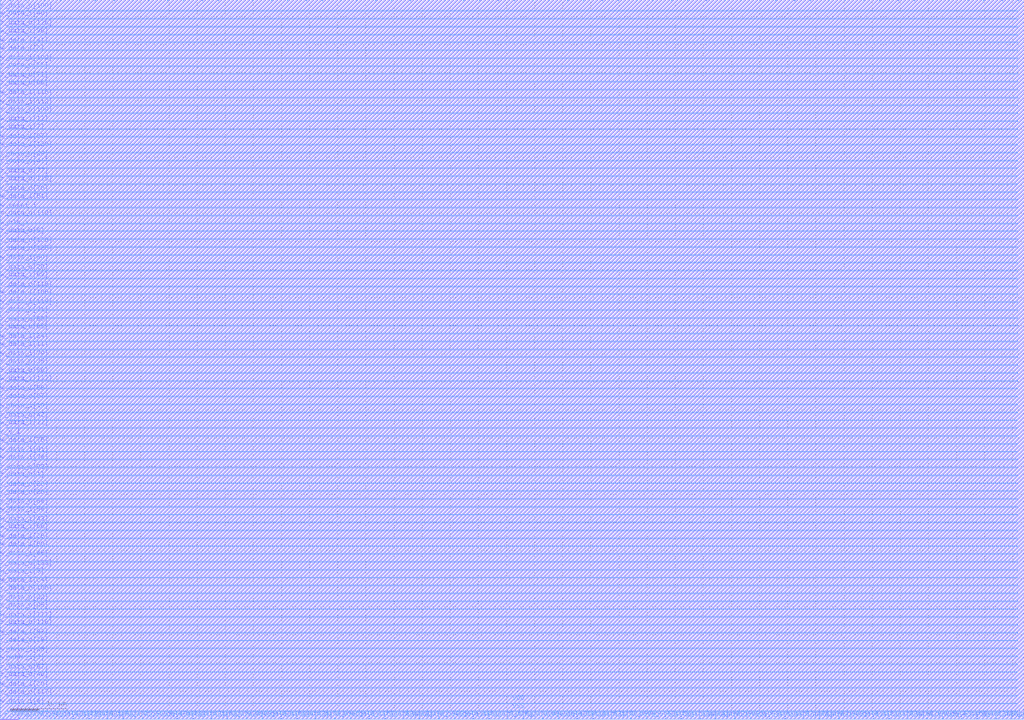
<source format=lef>
VERSION 5.8 ;
BUSBITCHARS "[]" ;
DIVIDERCHAR "/" ;
UNITS
    DATABASE MICRONS 2000 ;
END UNITS

MACRO bsg_mem_p134_16
  FOREIGN bsg_mem_p134_16 0 0 ;
  CLASS BLOCK ;
  SIZE 181.99 BY 127.995 ;
  PIN VSS
    USE GROUND ;
    DIRECTION INOUT ;
    PORT
      LAYER metal4 ;
        RECT  1.14 124.515 180.88 124.685 ;
        RECT  1.14 121.715 180.88 121.885 ;
        RECT  1.14 118.915 180.88 119.085 ;
        RECT  1.14 116.115 180.88 116.285 ;
        RECT  1.14 113.315 180.88 113.485 ;
        RECT  1.14 110.515 180.88 110.685 ;
        RECT  1.14 107.715 180.88 107.885 ;
        RECT  1.14 104.915 180.88 105.085 ;
        RECT  1.14 102.115 180.88 102.285 ;
        RECT  1.14 99.315 180.88 99.485 ;
        RECT  1.14 96.515 180.88 96.685 ;
        RECT  1.14 93.715 180.88 93.885 ;
        RECT  1.14 90.915 180.88 91.085 ;
        RECT  1.14 88.115 180.88 88.285 ;
        RECT  1.14 85.315 180.88 85.485 ;
        RECT  1.14 82.515 180.88 82.685 ;
        RECT  1.14 79.715 180.88 79.885 ;
        RECT  1.14 76.915 180.88 77.085 ;
        RECT  1.14 74.115 180.88 74.285 ;
        RECT  1.14 71.315 180.88 71.485 ;
        RECT  1.14 68.515 180.88 68.685 ;
        RECT  1.14 65.715 180.88 65.885 ;
        RECT  1.14 62.915 180.88 63.085 ;
        RECT  1.14 60.115 180.88 60.285 ;
        RECT  1.14 57.315 180.88 57.485 ;
        RECT  1.14 54.515 180.88 54.685 ;
        RECT  1.14 51.715 180.88 51.885 ;
        RECT  1.14 48.915 180.88 49.085 ;
        RECT  1.14 46.115 180.88 46.285 ;
        RECT  1.14 43.315 180.88 43.485 ;
        RECT  1.14 40.515 180.88 40.685 ;
        RECT  1.14 37.715 180.88 37.885 ;
        RECT  1.14 34.915 180.88 35.085 ;
        RECT  1.14 32.115 180.88 32.285 ;
        RECT  1.14 29.315 180.88 29.485 ;
        RECT  1.14 26.515 180.88 26.685 ;
        RECT  1.14 23.715 180.88 23.885 ;
        RECT  1.14 20.915 180.88 21.085 ;
        RECT  1.14 18.115 180.88 18.285 ;
        RECT  1.14 15.315 180.88 15.485 ;
        RECT  1.14 12.515 180.88 12.685 ;
        RECT  1.14 9.715 180.88 9.885 ;
        RECT  1.14 6.915 180.88 7.085 ;
        RECT  1.14 4.115 180.88 4.285 ;
        RECT  1.14 1.315 180.88 1.485 ;
    END
  END VSS
  PIN VDD
    USE POWER ;
    DIRECTION INOUT ;
    PORT
      LAYER metal4 ;
        RECT  1.14 125.915 180.88 126.085 ;
        RECT  1.14 123.115 180.88 123.285 ;
        RECT  1.14 120.315 180.88 120.485 ;
        RECT  1.14 117.515 180.88 117.685 ;
        RECT  1.14 114.715 180.88 114.885 ;
        RECT  1.14 111.915 180.88 112.085 ;
        RECT  1.14 109.115 180.88 109.285 ;
        RECT  1.14 106.315 180.88 106.485 ;
        RECT  1.14 103.515 180.88 103.685 ;
        RECT  1.14 100.715 180.88 100.885 ;
        RECT  1.14 97.915 180.88 98.085 ;
        RECT  1.14 95.115 180.88 95.285 ;
        RECT  1.14 92.315 180.88 92.485 ;
        RECT  1.14 89.515 180.88 89.685 ;
        RECT  1.14 86.715 180.88 86.885 ;
        RECT  1.14 83.915 180.88 84.085 ;
        RECT  1.14 81.115 180.88 81.285 ;
        RECT  1.14 78.315 180.88 78.485 ;
        RECT  1.14 75.515 180.88 75.685 ;
        RECT  1.14 72.715 180.88 72.885 ;
        RECT  1.14 69.915 180.88 70.085 ;
        RECT  1.14 67.115 180.88 67.285 ;
        RECT  1.14 64.315 180.88 64.485 ;
        RECT  1.14 61.515 180.88 61.685 ;
        RECT  1.14 58.715 180.88 58.885 ;
        RECT  1.14 55.915 180.88 56.085 ;
        RECT  1.14 53.115 180.88 53.285 ;
        RECT  1.14 50.315 180.88 50.485 ;
        RECT  1.14 47.515 180.88 47.685 ;
        RECT  1.14 44.715 180.88 44.885 ;
        RECT  1.14 41.915 180.88 42.085 ;
        RECT  1.14 39.115 180.88 39.285 ;
        RECT  1.14 36.315 180.88 36.485 ;
        RECT  1.14 33.515 180.88 33.685 ;
        RECT  1.14 30.715 180.88 30.885 ;
        RECT  1.14 27.915 180.88 28.085 ;
        RECT  1.14 25.115 180.88 25.285 ;
        RECT  1.14 22.315 180.88 22.485 ;
        RECT  1.14 19.515 180.88 19.685 ;
        RECT  1.14 16.715 180.88 16.885 ;
        RECT  1.14 13.915 180.88 14.085 ;
        RECT  1.14 11.115 180.88 11.285 ;
        RECT  1.14 8.315 180.88 8.485 ;
        RECT  1.14 5.515 180.88 5.685 ;
        RECT  1.14 2.715 180.88 2.885 ;
    END
  END VDD
  PIN r_addr_i[0]
    DIRECTION INPUT ;
    USE SIGNAL ;
    PORT
      LAYER metal4 ;
        RECT  173.625 0 173.765 0.14 ;
    END
  END r_addr_i[0]
  PIN r_addr_i[1]
    DIRECTION INPUT ;
    USE SIGNAL ;
    PORT
      LAYER metal4 ;
        RECT  10.665 127.855 10.805 127.995 ;
    END
  END r_addr_i[1]
  PIN r_addr_i[2]
    DIRECTION INPUT ;
    USE SIGNAL ;
    PORT
      LAYER metal4 ;
        RECT  20.185 127.855 20.325 127.995 ;
    END
  END r_addr_i[2]
  PIN r_addr_i[3]
    DIRECTION INPUT ;
    USE SIGNAL ;
    PORT
      LAYER metal4 ;
        RECT  59.385 0 59.525 0.14 ;
    END
  END r_addr_i[3]
  PIN r_data_o[0]
    DIRECTION OUTPUT ;
    USE SIGNAL ;
    PORT
      LAYER metal4 ;
        RECT  16.825 127.855 16.965 127.995 ;
    END
  END r_data_o[0]
  PIN r_data_o[100]
    DIRECTION OUTPUT ;
    USE SIGNAL ;
    PORT
      LAYER metal3 ;
        RECT  0 126.035 0.07 126.105 ;
    END
  END r_data_o[100]
  PIN r_data_o[101]
    DIRECTION OUTPUT ;
    USE SIGNAL ;
    PORT
      LAYER metal3 ;
        RECT  181.92 48.195 181.99 48.265 ;
    END
  END r_data_o[101]
  PIN r_data_o[102]
    DIRECTION OUTPUT ;
    USE SIGNAL ;
    PORT
      LAYER metal3 ;
        RECT  181.92 3.115 181.99 3.185 ;
    END
  END r_data_o[102]
  PIN r_data_o[103]
    DIRECTION OUTPUT ;
    USE SIGNAL ;
    PORT
      LAYER metal3 ;
        RECT  181.92 44.835 181.99 44.905 ;
    END
  END r_data_o[103]
  PIN r_data_o[104]
    DIRECTION OUTPUT ;
    USE SIGNAL ;
    PORT
      LAYER metal4 ;
        RECT  90.185 0 90.325 0.14 ;
    END
  END r_data_o[104]
  PIN r_data_o[105]
    DIRECTION OUTPUT ;
    USE SIGNAL ;
    PORT
      LAYER metal4 ;
        RECT  94.665 127.855 94.805 127.995 ;
    END
  END r_data_o[105]
  PIN r_data_o[106]
    DIRECTION OUTPUT ;
    USE SIGNAL ;
    PORT
      LAYER metal3 ;
        RECT  0 22.435 0.07 22.505 ;
    END
  END r_data_o[106]
  PIN r_data_o[107]
    DIRECTION OUTPUT ;
    USE SIGNAL ;
    PORT
      LAYER metal4 ;
        RECT  122.105 127.855 122.245 127.995 ;
    END
  END r_data_o[107]
  PIN r_data_o[108]
    DIRECTION OUTPUT ;
    USE SIGNAL ;
    PORT
      LAYER metal3 ;
        RECT  181.92 74.515 181.99 74.585 ;
    END
  END r_data_o[108]
  PIN r_data_o[109]
    DIRECTION OUTPUT ;
    USE SIGNAL ;
    PORT
      LAYER metal3 ;
        RECT  0 107.555 0.07 107.625 ;
    END
  END r_data_o[109]
  PIN r_data_o[10]
    DIRECTION OUTPUT ;
    USE SIGNAL ;
    PORT
      LAYER metal3 ;
        RECT  181.92 117.635 181.99 117.705 ;
    END
  END r_data_o[10]
  PIN r_data_o[110]
    DIRECTION OUTPUT ;
    USE SIGNAL ;
    PORT
      LAYER metal4 ;
        RECT  92.985 0 93.125 0.14 ;
    END
  END r_data_o[110]
  PIN r_data_o[111]
    DIRECTION OUTPUT ;
    USE SIGNAL ;
    PORT
      LAYER metal4 ;
        RECT  77.865 0 78.005 0.14 ;
    END
  END r_data_o[111]
  PIN r_data_o[112]
    DIRECTION OUTPUT ;
    USE SIGNAL ;
    PORT
      LAYER metal3 ;
        RECT  0 89.075 0.07 89.145 ;
    END
  END r_data_o[112]
  PIN r_data_o[113]
    DIRECTION OUTPUT ;
    USE SIGNAL ;
    PORT
      LAYER metal3 ;
        RECT  181.92 20.195 181.99 20.265 ;
    END
  END r_data_o[113]
  PIN r_data_o[114]
    DIRECTION OUTPUT ;
    USE SIGNAL ;
    PORT
      LAYER metal3 ;
        RECT  181.92 94.395 181.99 94.465 ;
    END
  END r_data_o[114]
  PIN r_data_o[115]
    DIRECTION OUTPUT ;
    USE SIGNAL ;
    PORT
      LAYER metal3 ;
        RECT  0 95.235 0.07 95.305 ;
    END
  END r_data_o[115]
  PIN r_data_o[116]
    DIRECTION OUTPUT ;
    USE SIGNAL ;
    PORT
      LAYER metal4 ;
        RECT  54.345 127.855 54.485 127.995 ;
    END
  END r_data_o[116]
  PIN r_data_o[117]
    DIRECTION OUTPUT ;
    USE SIGNAL ;
    PORT
      LAYER metal3 ;
        RECT  0 3.955 0.07 4.025 ;
    END
  END r_data_o[117]
  PIN r_data_o[118]
    DIRECTION OUTPUT ;
    USE SIGNAL ;
    PORT
      LAYER metal3 ;
        RECT  0 16.275 0.07 16.345 ;
    END
  END r_data_o[118]
  PIN r_data_o[119]
    DIRECTION OUTPUT ;
    USE SIGNAL ;
    PORT
      LAYER metal3 ;
        RECT  0 76.475 0.07 76.545 ;
    END
  END r_data_o[119]
  PIN r_data_o[11]
    DIRECTION OUTPUT ;
    USE SIGNAL ;
    PORT
      LAYER metal4 ;
        RECT  85.145 127.855 85.285 127.995 ;
    END
  END r_data_o[11]
  PIN r_data_o[120]
    DIRECTION OUTPUT ;
    USE SIGNAL ;
    PORT
      LAYER metal4 ;
        RECT  78.985 127.855 79.125 127.995 ;
    END
  END r_data_o[120]
  PIN r_data_o[121]
    DIRECTION OUTPUT ;
    USE SIGNAL ;
    PORT
      LAYER metal4 ;
        RECT  82.345 127.855 82.485 127.995 ;
    END
  END r_data_o[121]
  PIN r_data_o[122]
    DIRECTION OUTPUT ;
    USE SIGNAL ;
    PORT
      LAYER metal4 ;
        RECT  37.545 0 37.685 0.14 ;
    END
  END r_data_o[122]
  PIN r_data_o[123]
    DIRECTION OUTPUT ;
    USE SIGNAL ;
    PORT
      LAYER metal4 ;
        RECT  143.945 127.855 144.085 127.995 ;
    END
  END r_data_o[123]
  PIN r_data_o[124]
    DIRECTION OUTPUT ;
    USE SIGNAL ;
    PORT
      LAYER metal3 ;
        RECT  181.92 85.155 181.99 85.225 ;
    END
  END r_data_o[124]
  PIN r_data_o[125]
    DIRECTION OUTPUT ;
    USE SIGNAL ;
    PORT
      LAYER metal3 ;
        RECT  0 82.915 0.07 82.985 ;
    END
  END r_data_o[125]
  PIN r_data_o[126]
    DIRECTION OUTPUT ;
    USE SIGNAL ;
    PORT
      LAYER metal3 ;
        RECT  0 122.955 0.07 123.025 ;
    END
  END r_data_o[126]
  PIN r_data_o[127]
    DIRECTION OUTPUT ;
    USE SIGNAL ;
    PORT
      LAYER metal4 ;
        RECT  96.345 0 96.485 0.14 ;
    END
  END r_data_o[127]
  PIN r_data_o[128]
    DIRECTION OUTPUT ;
    USE SIGNAL ;
    PORT
      LAYER metal3 ;
        RECT  181.92 63.595 181.99 63.665 ;
    END
  END r_data_o[128]
  PIN r_data_o[129]
    DIRECTION OUTPUT ;
    USE SIGNAL ;
    PORT
      LAYER metal4 ;
        RECT  35.865 127.855 36.005 127.995 ;
    END
  END r_data_o[129]
  PIN r_data_o[12]
    DIRECTION OUTPUT ;
    USE SIGNAL ;
    PORT
      LAYER metal3 ;
        RECT  181.92 123.795 181.99 123.865 ;
    END
  END r_data_o[12]
  PIN r_data_o[130]
    DIRECTION OUTPUT ;
    USE SIGNAL ;
    PORT
      LAYER metal3 ;
        RECT  0 84.315 0.07 84.385 ;
    END
  END r_data_o[130]
  PIN r_data_o[131]
    DIRECTION OUTPUT ;
    USE SIGNAL ;
    PORT
      LAYER metal4 ;
        RECT  157.945 0 158.085 0.14 ;
    END
  END r_data_o[131]
  PIN r_data_o[132]
    DIRECTION OUTPUT ;
    USE SIGNAL ;
    PORT
      LAYER metal3 ;
        RECT  181.92 9.275 181.99 9.345 ;
    END
  END r_data_o[132]
  PIN r_data_o[133]
    DIRECTION OUTPUT ;
    USE SIGNAL ;
    PORT
      LAYER metal3 ;
        RECT  0 26.915 0.07 26.985 ;
    END
  END r_data_o[133]
  PIN r_data_o[13]
    DIRECTION OUTPUT ;
    USE SIGNAL ;
    PORT
      LAYER metal4 ;
        RECT  100.825 127.855 100.965 127.995 ;
    END
  END r_data_o[13]
  PIN r_data_o[14]
    DIRECTION OUTPUT ;
    USE SIGNAL ;
    PORT
      LAYER metal4 ;
        RECT  120.985 0 121.125 0.14 ;
    END
  END r_data_o[14]
  PIN r_data_o[15]
    DIRECTION OUTPUT ;
    USE SIGNAL ;
    PORT
      LAYER metal4 ;
        RECT  56.025 0 56.165 0.14 ;
    END
  END r_data_o[15]
  PIN r_data_o[16]
    DIRECTION OUTPUT ;
    USE SIGNAL ;
    PORT
      LAYER metal4 ;
        RECT  153.465 127.855 153.605 127.995 ;
    END
  END r_data_o[16]
  PIN r_data_o[17]
    DIRECTION OUTPUT ;
    USE SIGNAL ;
    PORT
      LAYER metal3 ;
        RECT  181.92 86.835 181.99 86.905 ;
    END
  END r_data_o[17]
  PIN r_data_o[18]
    DIRECTION OUTPUT ;
    USE SIGNAL ;
    PORT
      LAYER metal4 ;
        RECT  48.185 127.855 48.325 127.995 ;
    END
  END r_data_o[18]
  PIN r_data_o[19]
    DIRECTION OUTPUT ;
    USE SIGNAL ;
    PORT
      LAYER metal4 ;
        RECT  68.345 0 68.485 0.14 ;
    END
  END r_data_o[19]
  PIN r_data_o[1]
    DIRECTION OUTPUT ;
    USE SIGNAL ;
    PORT
      LAYER metal3 ;
        RECT  0 42.595 0.07 42.665 ;
    END
  END r_data_o[1]
  PIN r_data_o[20]
    DIRECTION OUTPUT ;
    USE SIGNAL ;
    PORT
      LAYER metal3 ;
        RECT  0 79.555 0.07 79.625 ;
    END
  END r_data_o[20]
  PIN r_data_o[21]
    DIRECTION OUTPUT ;
    USE SIGNAL ;
    PORT
      LAYER metal4 ;
        RECT  72.825 127.855 72.965 127.995 ;
    END
  END r_data_o[21]
  PIN r_data_o[22]
    DIRECTION OUTPUT ;
    USE SIGNAL ;
    PORT
      LAYER metal3 ;
        RECT  0 20.755 0.07 20.825 ;
    END
  END r_data_o[22]
  PIN r_data_o[23]
    DIRECTION OUTPUT ;
    USE SIGNAL ;
    PORT
      LAYER metal3 ;
        RECT  0 40.915 0.07 40.985 ;
    END
  END r_data_o[23]
  PIN r_data_o[24]
    DIRECTION OUTPUT ;
    USE SIGNAL ;
    PORT
      LAYER metal3 ;
        RECT  181.92 82.075 181.99 82.145 ;
    END
  END r_data_o[24]
  PIN r_data_o[25]
    DIRECTION OUTPUT ;
    USE SIGNAL ;
    PORT
      LAYER metal3 ;
        RECT  181.92 111.475 181.99 111.545 ;
    END
  END r_data_o[25]
  PIN r_data_o[26]
    DIRECTION OUTPUT ;
    USE SIGNAL ;
    PORT
      LAYER metal3 ;
        RECT  0 39.515 0.07 39.585 ;
    END
  END r_data_o[26]
  PIN r_data_o[27]
    DIRECTION OUTPUT ;
    USE SIGNAL ;
    PORT
      LAYER metal3 ;
        RECT  181.92 75.915 181.99 75.985 ;
    END
  END r_data_o[27]
  PIN r_data_o[28]
    DIRECTION OUTPUT ;
    USE SIGNAL ;
    PORT
      LAYER metal3 ;
        RECT  181.92 120.715 181.99 120.785 ;
    END
  END r_data_o[28]
  PIN r_data_o[29]
    DIRECTION OUTPUT ;
    USE SIGNAL ;
    PORT
      LAYER metal3 ;
        RECT  0 99.715 0.07 99.785 ;
    END
  END r_data_o[29]
  PIN r_data_o[2]
    DIRECTION OUTPUT ;
    USE SIGNAL ;
    PORT
      LAYER metal3 ;
        RECT  181.92 12.355 181.99 12.425 ;
    END
  END r_data_o[2]
  PIN r_data_o[30]
    DIRECTION OUTPUT ;
    USE SIGNAL ;
    PORT
      LAYER metal4 ;
        RECT  12.905 0 13.045 0.14 ;
    END
  END r_data_o[30]
  PIN r_data_o[31]
    DIRECTION OUTPUT ;
    USE SIGNAL ;
    PORT
      LAYER metal3 ;
        RECT  0 71.995 0.07 72.065 ;
    END
  END r_data_o[31]
  PIN r_data_o[32]
    DIRECTION OUTPUT ;
    USE SIGNAL ;
    PORT
      LAYER metal4 ;
        RECT  1.705 127.855 1.845 127.995 ;
    END
  END r_data_o[32]
  PIN r_data_o[33]
    DIRECTION OUTPUT ;
    USE SIGNAL ;
    PORT
      LAYER metal4 ;
        RECT  40.345 0 40.485 0.14 ;
    END
  END r_data_o[33]
  PIN r_data_o[34]
    DIRECTION OUTPUT ;
    USE SIGNAL ;
    PORT
      LAYER metal3 ;
        RECT  181.92 29.435 181.99 29.505 ;
    END
  END r_data_o[34]
  PIN r_data_o[35]
    DIRECTION OUTPUT ;
    USE SIGNAL ;
    PORT
      LAYER metal3 ;
        RECT  0 62.755 0.07 62.825 ;
    END
  END r_data_o[35]
  PIN r_data_o[36]
    DIRECTION OUTPUT ;
    USE SIGNAL ;
    PORT
      LAYER metal4 ;
        RECT  66.665 127.855 66.805 127.995 ;
    END
  END r_data_o[36]
  PIN r_data_o[37]
    DIRECTION OUTPUT ;
    USE SIGNAL ;
    PORT
      LAYER metal3 ;
        RECT  181.92 83.755 181.99 83.825 ;
    END
  END r_data_o[37]
  PIN r_data_o[38]
    DIRECTION OUTPUT ;
    USE SIGNAL ;
    PORT
      LAYER metal4 ;
        RECT  52.665 0 52.805 0.14 ;
    END
  END r_data_o[38]
  PIN r_data_o[39]
    DIRECTION OUTPUT ;
    USE SIGNAL ;
    PORT
      LAYER metal3 ;
        RECT  0 13.195 0.07 13.265 ;
    END
  END r_data_o[39]
  PIN r_data_o[3]
    DIRECTION OUTPUT ;
    USE SIGNAL ;
    PORT
      LAYER metal3 ;
        RECT  181.92 10.955 181.99 11.025 ;
    END
  END r_data_o[3]
  PIN r_data_o[40]
    DIRECTION OUTPUT ;
    USE SIGNAL ;
    PORT
      LAYER metal3 ;
        RECT  0 7.035 0.07 7.105 ;
    END
  END r_data_o[40]
  PIN r_data_o[41]
    DIRECTION OUTPUT ;
    USE SIGNAL ;
    PORT
      LAYER metal3 ;
        RECT  0 98.315 0.07 98.385 ;
    END
  END r_data_o[41]
  PIN r_data_o[42]
    DIRECTION OUTPUT ;
    USE SIGNAL ;
    PORT
      LAYER metal3 ;
        RECT  0 53.235 0.07 53.305 ;
    END
  END r_data_o[42]
  PIN r_data_o[43]
    DIRECTION OUTPUT ;
    USE SIGNAL ;
    PORT
      LAYER metal4 ;
        RECT  137.785 127.855 137.925 127.995 ;
    END
  END r_data_o[43]
  PIN r_data_o[44]
    DIRECTION OUTPUT ;
    USE SIGNAL ;
    PORT
      LAYER metal3 ;
        RECT  181.92 106.995 181.99 107.065 ;
    END
  END r_data_o[44]
  PIN r_data_o[45]
    DIRECTION OUTPUT ;
    USE SIGNAL ;
    PORT
      LAYER metal4 ;
        RECT  23.545 127.855 23.685 127.995 ;
    END
  END r_data_o[45]
  PIN r_data_o[46]
    DIRECTION OUTPUT ;
    USE SIGNAL ;
    PORT
      LAYER metal4 ;
        RECT  63.305 127.855 63.445 127.995 ;
    END
  END r_data_o[46]
  PIN r_data_o[47]
    DIRECTION OUTPUT ;
    USE SIGNAL ;
    PORT
      LAYER metal3 ;
        RECT  181.92 38.675 181.99 38.745 ;
    END
  END r_data_o[47]
  PIN r_data_o[48]
    DIRECTION OUTPUT ;
    USE SIGNAL ;
    PORT
      LAYER metal4 ;
        RECT  49.865 0 50.005 0.14 ;
    END
  END r_data_o[48]
  PIN r_data_o[49]
    DIRECTION OUTPUT ;
    USE SIGNAL ;
    PORT
      LAYER metal4 ;
        RECT  25.225 0 25.365 0.14 ;
    END
  END r_data_o[49]
  PIN r_data_o[4]
    DIRECTION OUTPUT ;
    USE SIGNAL ;
    PORT
      LAYER metal4 ;
        RECT  7.865 127.855 8.005 127.995 ;
    END
  END r_data_o[4]
  PIN r_data_o[50]
    DIRECTION OUTPUT ;
    USE SIGNAL ;
    PORT
      LAYER metal4 ;
        RECT  32.505 127.855 32.645 127.995 ;
    END
  END r_data_o[50]
  PIN r_data_o[51]
    DIRECTION OUTPUT ;
    USE SIGNAL ;
    PORT
      LAYER metal4 ;
        RECT  29.705 127.855 29.845 127.995 ;
    END
  END r_data_o[51]
  PIN r_data_o[52]
    DIRECTION OUTPUT ;
    USE SIGNAL ;
    PORT
      LAYER metal4 ;
        RECT  112.025 0 112.165 0.14 ;
    END
  END r_data_o[52]
  PIN r_data_o[53]
    DIRECTION OUTPUT ;
    USE SIGNAL ;
    PORT
      LAYER metal3 ;
        RECT  181.92 4.795 181.99 4.865 ;
    END
  END r_data_o[53]
  PIN r_data_o[54]
    DIRECTION OUTPUT ;
    USE SIGNAL ;
    PORT
      LAYER metal4 ;
        RECT  142.825 0 142.965 0.14 ;
    END
  END r_data_o[54]
  PIN r_data_o[55]
    DIRECTION OUTPUT ;
    USE SIGNAL ;
    PORT
      LAYER metal3 ;
        RECT  0 115.395 0.07 115.465 ;
    END
  END r_data_o[55]
  PIN r_data_o[56]
    DIRECTION OUTPUT ;
    USE SIGNAL ;
    PORT
      LAYER metal3 ;
        RECT  181.92 100.835 181.99 100.905 ;
    END
  END r_data_o[56]
  PIN r_data_o[57]
    DIRECTION OUTPUT ;
    USE SIGNAL ;
    PORT
      LAYER metal4 ;
        RECT  168.585 127.855 168.725 127.995 ;
    END
  END r_data_o[57]
  PIN r_data_o[58]
    DIRECTION OUTPUT ;
    USE SIGNAL ;
    PORT
      LAYER metal3 ;
        RECT  0 61.075 0.07 61.145 ;
    END
  END r_data_o[58]
  PIN r_data_o[59]
    DIRECTION OUTPUT ;
    USE SIGNAL ;
    PORT
      LAYER metal4 ;
        RECT  65.545 0 65.685 0.14 ;
    END
  END r_data_o[59]
  PIN r_data_o[5]
    DIRECTION OUTPUT ;
    USE SIGNAL ;
    PORT
      LAYER metal3 ;
        RECT  0 85.995 0.07 86.065 ;
    END
  END r_data_o[5]
  PIN r_data_o[60]
    DIRECTION OUTPUT ;
    USE SIGNAL ;
    PORT
      LAYER metal3 ;
        RECT  0 70.315 0.07 70.385 ;
    END
  END r_data_o[60]
  PIN r_data_o[61]
    DIRECTION OUTPUT ;
    USE SIGNAL ;
    PORT
      LAYER metal4 ;
        RECT  165.785 127.855 165.925 127.995 ;
    END
  END r_data_o[61]
  PIN r_data_o[62]
    DIRECTION OUTPUT ;
    USE SIGNAL ;
    PORT
      LAYER metal3 ;
        RECT  181.92 37.275 181.99 37.345 ;
    END
  END r_data_o[62]
  PIN r_data_o[63]
    DIRECTION OUTPUT ;
    USE SIGNAL ;
    PORT
      LAYER metal4 ;
        RECT  60.505 127.855 60.645 127.995 ;
    END
  END r_data_o[63]
  PIN r_data_o[64]
    DIRECTION OUTPUT ;
    USE SIGNAL ;
    PORT
      LAYER metal3 ;
        RECT  0 37.835 0.07 37.905 ;
    END
  END r_data_o[64]
  PIN r_data_o[65]
    DIRECTION OUTPUT ;
    USE SIGNAL ;
    PORT
      LAYER metal3 ;
        RECT  0 68.915 0.07 68.985 ;
    END
  END r_data_o[65]
  PIN r_data_o[66]
    DIRECTION OUTPUT ;
    USE SIGNAL ;
    PORT
      LAYER metal4 ;
        RECT  88.505 127.855 88.645 127.995 ;
    END
  END r_data_o[66]
  PIN r_data_o[67]
    DIRECTION OUTPUT ;
    USE SIGNAL ;
    PORT
      LAYER metal3 ;
        RECT  0 8.435 0.07 8.505 ;
    END
  END r_data_o[67]
  PIN r_data_o[68]
    DIRECTION OUTPUT ;
    USE SIGNAL ;
    PORT
      LAYER metal4 ;
        RECT  176.985 0 177.125 0.14 ;
    END
  END r_data_o[68]
  PIN r_data_o[69]
    DIRECTION OUTPUT ;
    USE SIGNAL ;
    PORT
      LAYER metal3 ;
        RECT  181.92 52.675 181.99 52.745 ;
    END
  END r_data_o[69]
  PIN r_data_o[6]
    DIRECTION OUTPUT ;
    USE SIGNAL ;
    PORT
      LAYER metal4 ;
        RECT  86.825 0 86.965 0.14 ;
    END
  END r_data_o[6]
  PIN r_data_o[70]
    DIRECTION OUTPUT ;
    USE SIGNAL ;
    PORT
      LAYER metal3 ;
        RECT  181.92 14.035 181.99 14.105 ;
    END
  END r_data_o[70]
  PIN r_data_o[71]
    DIRECTION OUTPUT ;
    USE SIGNAL ;
    PORT
      LAYER metal3 ;
        RECT  0 113.715 0.07 113.785 ;
    END
  END r_data_o[71]
  PIN r_data_o[72]
    DIRECTION OUTPUT ;
    USE SIGNAL ;
    PORT
      LAYER metal3 ;
        RECT  181.92 31.115 181.99 31.185 ;
    END
  END r_data_o[72]
  PIN r_data_o[73]
    DIRECTION OUTPUT ;
    USE SIGNAL ;
    PORT
      LAYER metal3 ;
        RECT  181.92 21.875 181.99 21.945 ;
    END
  END r_data_o[73]
  PIN r_data_o[74]
    DIRECTION OUTPUT ;
    USE SIGNAL ;
    PORT
      LAYER metal4 ;
        RECT  108.665 0 108.805 0.14 ;
    END
  END r_data_o[74]
  PIN r_data_o[75]
    DIRECTION OUTPUT ;
    USE SIGNAL ;
    PORT
      LAYER metal3 ;
        RECT  181.92 24.955 181.99 25.025 ;
    END
  END r_data_o[75]
  PIN r_data_o[76]
    DIRECTION OUTPUT ;
    USE SIGNAL ;
    PORT
      LAYER metal3 ;
        RECT  0 93.555 0.07 93.625 ;
    END
  END r_data_o[76]
  PIN r_data_o[77]
    DIRECTION OUTPUT ;
    USE SIGNAL ;
    PORT
      LAYER metal3 ;
        RECT  0 96.635 0.07 96.705 ;
    END
  END r_data_o[77]
  PIN r_data_o[78]
    DIRECTION OUTPUT ;
    USE SIGNAL ;
    PORT
      LAYER metal4 ;
        RECT  109.785 127.855 109.925 127.995 ;
    END
  END r_data_o[78]
  PIN r_data_o[79]
    DIRECTION OUTPUT ;
    USE SIGNAL ;
    PORT
      LAYER metal4 ;
        RECT  171.945 127.855 172.085 127.995 ;
    END
  END r_data_o[79]
  PIN r_data_o[7]
    DIRECTION OUTPUT ;
    USE SIGNAL ;
    PORT
      LAYER metal4 ;
        RECT  44.825 127.855 44.965 127.995 ;
    END
  END r_data_o[7]
  PIN r_data_o[80]
    DIRECTION OUTPUT ;
    USE SIGNAL ;
    PORT
      LAYER metal4 ;
        RECT  115.945 127.855 116.085 127.995 ;
    END
  END r_data_o[80]
  PIN r_data_o[81]
    DIRECTION OUTPUT ;
    USE SIGNAL ;
    PORT
      LAYER metal3 ;
        RECT  181.92 23.275 181.99 23.345 ;
    END
  END r_data_o[81]
  PIN r_data_o[82]
    DIRECTION OUTPUT ;
    USE SIGNAL ;
    PORT
      LAYER metal3 ;
        RECT  181.92 108.395 181.99 108.465 ;
    END
  END r_data_o[82]
  PIN r_data_o[83]
    DIRECTION OUTPUT ;
    USE SIGNAL ;
    PORT
      LAYER metal4 ;
        RECT  50.985 127.855 51.125 127.995 ;
    END
  END r_data_o[83]
  PIN r_data_o[84]
    DIRECTION OUTPUT ;
    USE SIGNAL ;
    PORT
      LAYER metal3 ;
        RECT  181.92 80.675 181.99 80.745 ;
    END
  END r_data_o[84]
  PIN r_data_o[85]
    DIRECTION OUTPUT ;
    USE SIGNAL ;
    PORT
      LAYER metal4 ;
        RECT  97.465 127.855 97.605 127.995 ;
    END
  END r_data_o[85]
  PIN r_data_o[86]
    DIRECTION OUTPUT ;
    USE SIGNAL ;
    PORT
      LAYER metal3 ;
        RECT  0 112.315 0.07 112.385 ;
    END
  END r_data_o[86]
  PIN r_data_o[87]
    DIRECTION OUTPUT ;
    USE SIGNAL ;
    PORT
      LAYER metal4 ;
        RECT  136.665 0 136.805 0.14 ;
    END
  END r_data_o[87]
  PIN r_data_o[88]
    DIRECTION OUTPUT ;
    USE SIGNAL ;
    PORT
      LAYER metal3 ;
        RECT  181.92 88.235 181.99 88.305 ;
    END
  END r_data_o[88]
  PIN r_data_o[89]
    DIRECTION OUTPUT ;
    USE SIGNAL ;
    PORT
      LAYER metal4 ;
        RECT  28.025 0 28.165 0.14 ;
    END
  END r_data_o[89]
  PIN r_data_o[8]
    DIRECTION OUTPUT ;
    USE SIGNAL ;
    PORT
      LAYER metal3 ;
        RECT  181.92 28.035 181.99 28.105 ;
    END
  END r_data_o[8]
  PIN r_data_o[90]
    DIRECTION OUTPUT ;
    USE SIGNAL ;
    PORT
      LAYER metal4 ;
        RECT  4.505 127.855 4.645 127.995 ;
    END
  END r_data_o[90]
  PIN r_data_o[91]
    DIRECTION OUTPUT ;
    USE SIGNAL ;
    PORT
      LAYER metal3 ;
        RECT  181.92 66.675 181.99 66.745 ;
    END
  END r_data_o[91]
  PIN r_data_o[92]
    DIRECTION OUTPUT ;
    USE SIGNAL ;
    PORT
      LAYER metal3 ;
        RECT  181.92 55.755 181.99 55.825 ;
    END
  END r_data_o[92]
  PIN r_data_o[93]
    DIRECTION OUTPUT ;
    USE SIGNAL ;
    PORT
      LAYER metal3 ;
        RECT  181.92 113.155 181.99 113.225 ;
    END
  END r_data_o[93]
  PIN r_data_o[94]
    DIRECTION OUTPUT ;
    USE SIGNAL ;
    PORT
      LAYER metal3 ;
        RECT  181.92 54.355 181.99 54.425 ;
    END
  END r_data_o[94]
  PIN r_data_o[95]
    DIRECTION OUTPUT ;
    USE SIGNAL ;
    PORT
      LAYER metal3 ;
        RECT  0 19.355 0.07 19.425 ;
    END
  END r_data_o[95]
  PIN r_data_o[96]
    DIRECTION OUTPUT ;
    USE SIGNAL ;
    PORT
      LAYER metal3 ;
        RECT  181.92 78.995 181.99 79.065 ;
    END
  END r_data_o[96]
  PIN r_data_o[97]
    DIRECTION OUTPUT ;
    USE SIGNAL ;
    PORT
      LAYER metal3 ;
        RECT  0 56.595 0.07 56.665 ;
    END
  END r_data_o[97]
  PIN r_data_o[98]
    DIRECTION OUTPUT ;
    USE SIGNAL ;
    PORT
      LAYER metal3 ;
        RECT  0 43.995 0.07 44.065 ;
    END
  END r_data_o[98]
  PIN r_data_o[99]
    DIRECTION OUTPUT ;
    USE SIGNAL ;
    PORT
      LAYER metal4 ;
        RECT  124.345 0 124.485 0.14 ;
    END
  END r_data_o[99]
  PIN r_data_o[9]
    DIRECTION OUTPUT ;
    USE SIGNAL ;
    PORT
      LAYER metal4 ;
        RECT  84.025 0 84.165 0.14 ;
    END
  END r_data_o[9]
  PIN r_v_i
    DIRECTION INPUT ;
    USE SIGNAL ;
    PORT
      LAYER metal3 ;
        RECT  0 50.155 0.07 50.225 ;
    END
  END r_v_i
  PIN w_addr_i[0]
    DIRECTION INPUT ;
    USE SIGNAL ;
    PORT
      LAYER metal3 ;
        RECT  181.92 77.595 181.99 77.665 ;
    END
  END w_addr_i[0]
  PIN w_addr_i[1]
    DIRECTION INPUT ;
    USE SIGNAL ;
    PORT
      LAYER metal3 ;
        RECT  181.92 1.715 181.99 1.785 ;
    END
  END w_addr_i[1]
  PIN w_addr_i[2]
    DIRECTION INPUT ;
    USE SIGNAL ;
    PORT
      LAYER metal4 ;
        RECT  180.905 127.855 181.045 127.995 ;
    END
  END w_addr_i[2]
  PIN w_addr_i[3]
    DIRECTION INPUT ;
    USE SIGNAL ;
    PORT
      LAYER metal3 ;
        RECT  0 10.115 0.07 10.185 ;
    END
  END w_addr_i[3]
  PIN w_clk_i
    DIRECTION INPUT ;
    USE SIGNAL ;
    PORT
      LAYER metal3 ;
        RECT  0 87.395 0.07 87.465 ;
    END
  END w_clk_i
  PIN w_data_i[0]
    DIRECTION INPUT ;
    USE SIGNAL ;
    PORT
      LAYER metal4 ;
        RECT  71.705 0 71.845 0.14 ;
    END
  END w_data_i[0]
  PIN w_data_i[100]
    DIRECTION INPUT ;
    USE SIGNAL ;
    PORT
      LAYER metal3 ;
        RECT  181.92 91.315 181.99 91.385 ;
    END
  END w_data_i[100]
  PIN w_data_i[101]
    DIRECTION INPUT ;
    USE SIGNAL ;
    PORT
      LAYER metal4 ;
        RECT  133.305 0 133.445 0.14 ;
    END
  END w_data_i[101]
  PIN w_data_i[102]
    DIRECTION INPUT ;
    USE SIGNAL ;
    PORT
      LAYER metal3 ;
        RECT  0 116.795 0.07 116.865 ;
    END
  END w_data_i[102]
  PIN w_data_i[103]
    DIRECTION INPUT ;
    USE SIGNAL ;
    PORT
      LAYER metal4 ;
        RECT  127.145 0 127.285 0.14 ;
    END
  END w_data_i[103]
  PIN w_data_i[104]
    DIRECTION INPUT ;
    USE SIGNAL ;
    PORT
      LAYER metal3 ;
        RECT  181.92 35.595 181.99 35.665 ;
    END
  END w_data_i[104]
  PIN w_data_i[105]
    DIRECTION INPUT ;
    USE SIGNAL ;
    PORT
      LAYER metal3 ;
        RECT  181.92 51.275 181.99 51.345 ;
    END
  END w_data_i[105]
  PIN w_data_i[106]
    DIRECTION INPUT ;
    USE SIGNAL ;
    PORT
      LAYER metal4 ;
        RECT  128.825 127.855 128.965 127.995 ;
    END
  END w_data_i[106]
  PIN w_data_i[107]
    DIRECTION INPUT ;
    USE SIGNAL ;
    PORT
      LAYER metal4 ;
        RECT  159.625 127.855 159.765 127.995 ;
    END
  END w_data_i[107]
  PIN w_data_i[108]
    DIRECTION INPUT ;
    USE SIGNAL ;
    PORT
      LAYER metal3 ;
        RECT  0 75.075 0.07 75.145 ;
    END
  END w_data_i[108]
  PIN w_data_i[109]
    DIRECTION INPUT ;
    USE SIGNAL ;
    PORT
      LAYER metal3 ;
        RECT  181.92 49.595 181.99 49.665 ;
    END
  END w_data_i[109]
  PIN w_data_i[10]
    DIRECTION INPUT ;
    USE SIGNAL ;
    PORT
      LAYER metal3 ;
        RECT  0 54.915 0.07 54.985 ;
    END
  END w_data_i[10]
  PIN w_data_i[110]
    DIRECTION INPUT ;
    USE SIGNAL ;
    PORT
      LAYER metal3 ;
        RECT  181.92 40.355 181.99 40.425 ;
    END
  END w_data_i[110]
  PIN w_data_i[111]
    DIRECTION INPUT ;
    USE SIGNAL ;
    PORT
      LAYER metal3 ;
        RECT  0 17.675 0.07 17.745 ;
    END
  END w_data_i[111]
  PIN w_data_i[112]
    DIRECTION INPUT ;
    USE SIGNAL ;
    PORT
      LAYER metal3 ;
        RECT  0 108.955 0.07 109.025 ;
    END
  END w_data_i[112]
  PIN w_data_i[113]
    DIRECTION INPUT ;
    USE SIGNAL ;
    PORT
      LAYER metal3 ;
        RECT  181.92 6.195 181.99 6.265 ;
    END
  END w_data_i[113]
  PIN w_data_i[114]
    DIRECTION INPUT ;
    USE SIGNAL ;
    PORT
      LAYER metal3 ;
        RECT  181.92 119.315 181.99 119.385 ;
    END
  END w_data_i[114]
  PIN w_data_i[115]
    DIRECTION INPUT ;
    USE SIGNAL ;
    PORT
      LAYER metal4 ;
        RECT  161.305 0 161.445 0.14 ;
    END
  END w_data_i[115]
  PIN w_data_i[116]
    DIRECTION INPUT ;
    USE SIGNAL ;
    PORT
      LAYER metal3 ;
        RECT  0 110.635 0.07 110.705 ;
    END
  END w_data_i[116]
  PIN w_data_i[117]
    DIRECTION INPUT ;
    USE SIGNAL ;
    PORT
      LAYER metal4 ;
        RECT  21.865 0 22.005 0.14 ;
    END
  END w_data_i[117]
  PIN w_data_i[118]
    DIRECTION INPUT ;
    USE SIGNAL ;
    PORT
      LAYER metal3 ;
        RECT  0 73.395 0.07 73.465 ;
    END
  END w_data_i[118]
  PIN w_data_i[119]
    DIRECTION INPUT ;
    USE SIGNAL ;
    PORT
      LAYER metal4 ;
        RECT  99.145 0 99.285 0.14 ;
    END
  END w_data_i[119]
  PIN w_data_i[11]
    DIRECTION INPUT ;
    USE SIGNAL ;
    PORT
      LAYER metal3 ;
        RECT  0 65.835 0.07 65.905 ;
    END
  END w_data_i[11]
  PIN w_data_i[120]
    DIRECTION INPUT ;
    USE SIGNAL ;
    PORT
      LAYER metal3 ;
        RECT  0 101.395 0.07 101.465 ;
    END
  END w_data_i[120]
  PIN w_data_i[121]
    DIRECTION INPUT ;
    USE SIGNAL ;
    PORT
      LAYER metal4 ;
        RECT  170.825 0 170.965 0.14 ;
    END
  END w_data_i[121]
  PIN w_data_i[122]
    DIRECTION INPUT ;
    USE SIGNAL ;
    PORT
      LAYER metal4 ;
        RECT  131.625 127.855 131.765 127.995 ;
    END
  END w_data_i[122]
  PIN w_data_i[123]
    DIRECTION INPUT ;
    USE SIGNAL ;
    PORT
      LAYER metal3 ;
        RECT  181.92 102.235 181.99 102.305 ;
    END
  END w_data_i[123]
  PIN w_data_i[124]
    DIRECTION INPUT ;
    USE SIGNAL ;
    PORT
      LAYER metal3 ;
        RECT  181.92 68.075 181.99 68.145 ;
    END
  END w_data_i[124]
  PIN w_data_i[125]
    DIRECTION INPUT ;
    USE SIGNAL ;
    PORT
      LAYER metal4 ;
        RECT  119.305 127.855 119.445 127.995 ;
    END
  END w_data_i[125]
  PIN w_data_i[126]
    DIRECTION INPUT ;
    USE SIGNAL ;
    PORT
      LAYER metal4 ;
        RECT  134.985 127.855 135.125 127.995 ;
    END
  END w_data_i[126]
  PIN w_data_i[127]
    DIRECTION INPUT ;
    USE SIGNAL ;
    PORT
      LAYER metal3 ;
        RECT  181.92 17.115 181.99 17.185 ;
    END
  END w_data_i[127]
  PIN w_data_i[128]
    DIRECTION INPUT ;
    USE SIGNAL ;
    PORT
      LAYER metal4 ;
        RECT  103.625 127.855 103.765 127.995 ;
    END
  END w_data_i[128]
  PIN w_data_i[129]
    DIRECTION INPUT ;
    USE SIGNAL ;
    PORT
      LAYER metal4 ;
        RECT  38.665 127.855 38.805 127.995 ;
    END
  END w_data_i[129]
  PIN w_data_i[12]
    DIRECTION INPUT ;
    USE SIGNAL ;
    PORT
      LAYER metal3 ;
        RECT  0 105.875 0.07 105.945 ;
    END
  END w_data_i[12]
  PIN w_data_i[130]
    DIRECTION INPUT ;
    USE SIGNAL ;
    PORT
      LAYER metal4 ;
        RECT  150.105 127.855 150.245 127.995 ;
    END
  END w_data_i[130]
  PIN w_data_i[131]
    DIRECTION INPUT ;
    USE SIGNAL ;
    PORT
      LAYER metal4 ;
        RECT  76.185 127.855 76.325 127.995 ;
    END
  END w_data_i[131]
  PIN w_data_i[132]
    DIRECTION INPUT ;
    USE SIGNAL ;
    PORT
      LAYER metal3 ;
        RECT  0 59.675 0.07 59.745 ;
    END
  END w_data_i[132]
  PIN w_data_i[133]
    DIRECTION INPUT ;
    USE SIGNAL ;
    PORT
      LAYER metal4 ;
        RECT  14.025 127.855 14.165 127.995 ;
    END
  END w_data_i[133]
  PIN w_data_i[13]
    DIRECTION INPUT ;
    USE SIGNAL ;
    PORT
      LAYER metal3 ;
        RECT  181.92 69.755 181.99 69.825 ;
    END
  END w_data_i[13]
  PIN w_data_i[14]
    DIRECTION INPUT ;
    USE SIGNAL ;
    PORT
      LAYER metal3 ;
        RECT  181.92 64.995 181.99 65.065 ;
    END
  END w_data_i[14]
  PIN w_data_i[15]
    DIRECTION INPUT ;
    USE SIGNAL ;
    PORT
      LAYER metal4 ;
        RECT  118.185 0 118.325 0.14 ;
    END
  END w_data_i[15]
  PIN w_data_i[16]
    DIRECTION INPUT ;
    USE SIGNAL ;
    PORT
      LAYER metal3 ;
        RECT  181.92 58.835 181.99 58.905 ;
    END
  END w_data_i[16]
  PIN w_data_i[17]
    DIRECTION INPUT ;
    USE SIGNAL ;
    PORT
      LAYER metal3 ;
        RECT  181.92 32.515 181.99 32.585 ;
    END
  END w_data_i[17]
  PIN w_data_i[18]
    DIRECTION INPUT ;
    USE SIGNAL ;
    PORT
      LAYER metal4 ;
        RECT  179.785 0 179.925 0.14 ;
    END
  END w_data_i[18]
  PIN w_data_i[19]
    DIRECTION INPUT ;
    USE SIGNAL ;
    PORT
      LAYER metal4 ;
        RECT  174.745 127.855 174.885 127.995 ;
    END
  END w_data_i[19]
  PIN w_data_i[1]
    DIRECTION INPUT ;
    USE SIGNAL ;
    PORT
      LAYER metal3 ;
        RECT  181.92 103.915 181.99 103.985 ;
    END
  END w_data_i[1]
  PIN w_data_i[20]
    DIRECTION INPUT ;
    USE SIGNAL ;
    PORT
      LAYER metal4 ;
        RECT  105.305 0 105.445 0.14 ;
    END
  END w_data_i[20]
  PIN w_data_i[21]
    DIRECTION INPUT ;
    USE SIGNAL ;
    PORT
      LAYER metal4 ;
        RECT  151.785 0 151.925 0.14 ;
    END
  END w_data_i[21]
  PIN w_data_i[22]
    DIRECTION INPUT ;
    USE SIGNAL ;
    PORT
      LAYER metal3 ;
        RECT  0 51.835 0.07 51.905 ;
    END
  END w_data_i[22]
  PIN w_data_i[23]
    DIRECTION INPUT ;
    USE SIGNAL ;
    PORT
      LAYER metal4 ;
        RECT  69.465 127.855 69.605 127.995 ;
    END
  END w_data_i[23]
  PIN w_data_i[24]
    DIRECTION INPUT ;
    USE SIGNAL ;
    PORT
      LAYER metal3 ;
        RECT  0 67.235 0.07 67.305 ;
    END
  END w_data_i[24]
  PIN w_data_i[25]
    DIRECTION INPUT ;
    USE SIGNAL ;
    PORT
      LAYER metal4 ;
        RECT  19.065 0 19.205 0.14 ;
    END
  END w_data_i[25]
  PIN w_data_i[26]
    DIRECTION INPUT ;
    USE SIGNAL ;
    PORT
      LAYER metal3 ;
        RECT  0 11.515 0.07 11.585 ;
    END
  END w_data_i[26]
  PIN w_data_i[27]
    DIRECTION INPUT ;
    USE SIGNAL ;
    PORT
      LAYER metal3 ;
        RECT  181.92 61.915 181.99 61.985 ;
    END
  END w_data_i[27]
  PIN w_data_i[28]
    DIRECTION INPUT ;
    USE SIGNAL ;
    PORT
      LAYER metal3 ;
        RECT  181.92 97.475 181.99 97.545 ;
    END
  END w_data_i[28]
  PIN w_data_i[29]
    DIRECTION INPUT ;
    USE SIGNAL ;
    PORT
      LAYER metal4 ;
        RECT  74.505 0 74.645 0.14 ;
    END
  END w_data_i[29]
  PIN w_data_i[2]
    DIRECTION INPUT ;
    USE SIGNAL ;
    PORT
      LAYER metal3 ;
        RECT  181.92 122.395 181.99 122.465 ;
    END
  END w_data_i[2]
  PIN w_data_i[30]
    DIRECTION INPUT ;
    USE SIGNAL ;
    PORT
      LAYER metal3 ;
        RECT  0 5.355 0.07 5.425 ;
    END
  END w_data_i[30]
  PIN w_data_i[31]
    DIRECTION INPUT ;
    USE SIGNAL ;
    PORT
      LAYER metal4 ;
        RECT  148.985 0 149.125 0.14 ;
    END
  END w_data_i[31]
  PIN w_data_i[32]
    DIRECTION INPUT ;
    USE SIGNAL ;
    PORT
      LAYER metal3 ;
        RECT  181.92 125.475 181.99 125.545 ;
    END
  END w_data_i[32]
  PIN w_data_i[33]
    DIRECTION INPUT ;
    USE SIGNAL ;
    PORT
      LAYER metal4 ;
        RECT  145.625 0 145.765 0.14 ;
    END
  END w_data_i[33]
  PIN w_data_i[34]
    DIRECTION INPUT ;
    USE SIGNAL ;
    PORT
      LAYER metal3 ;
        RECT  0 23.835 0.07 23.905 ;
    END
  END w_data_i[34]
  PIN w_data_i[35]
    DIRECTION INPUT ;
    USE SIGNAL ;
    PORT
      LAYER metal4 ;
        RECT  9.545 0 9.685 0.14 ;
    END
  END w_data_i[35]
  PIN w_data_i[36]
    DIRECTION INPUT ;
    USE SIGNAL ;
    PORT
      LAYER metal3 ;
        RECT  181.92 7.875 181.99 7.945 ;
    END
  END w_data_i[36]
  PIN w_data_i[37]
    DIRECTION INPUT ;
    USE SIGNAL ;
    PORT
      LAYER metal3 ;
        RECT  181.92 34.195 181.99 34.265 ;
    END
  END w_data_i[37]
  PIN w_data_i[38]
    DIRECTION INPUT ;
    USE SIGNAL ;
    PORT
      LAYER metal3 ;
        RECT  0 31.675 0.07 31.745 ;
    END
  END w_data_i[38]
  PIN w_data_i[39]
    DIRECTION INPUT ;
    USE SIGNAL ;
    PORT
      LAYER metal3 ;
        RECT  181.92 92.995 181.99 93.065 ;
    END
  END w_data_i[39]
  PIN w_data_i[3]
    DIRECTION INPUT ;
    USE SIGNAL ;
    PORT
      LAYER metal3 ;
        RECT  0 118.475 0.07 118.545 ;
    END
  END w_data_i[3]
  PIN w_data_i[40]
    DIRECTION INPUT ;
    USE SIGNAL ;
    PORT
      LAYER metal3 ;
        RECT  0 124.635 0.07 124.705 ;
    END
  END w_data_i[40]
  PIN w_data_i[41]
    DIRECTION INPUT ;
    USE SIGNAL ;
    PORT
      LAYER metal3 ;
        RECT  0 119.875 0.07 119.945 ;
    END
  END w_data_i[41]
  PIN w_data_i[42]
    DIRECTION INPUT ;
    USE SIGNAL ;
    PORT
      LAYER metal4 ;
        RECT  6.745 0 6.885 0.14 ;
    END
  END w_data_i[42]
  PIN w_data_i[43]
    DIRECTION INPUT ;
    USE SIGNAL ;
    PORT
      LAYER metal3 ;
        RECT  0 34.755 0.07 34.825 ;
    END
  END w_data_i[43]
  PIN w_data_i[44]
    DIRECTION INPUT ;
    USE SIGNAL ;
    PORT
      LAYER metal3 ;
        RECT  181.92 60.515 181.99 60.585 ;
    END
  END w_data_i[44]
  PIN w_data_i[45]
    DIRECTION INPUT ;
    USE SIGNAL ;
    PORT
      LAYER metal3 ;
        RECT  0 28.595 0.07 28.665 ;
    END
  END w_data_i[45]
  PIN w_data_i[46]
    DIRECTION INPUT ;
    USE SIGNAL ;
    PORT
      LAYER metal4 ;
        RECT  156.265 127.855 156.405 127.995 ;
    END
  END w_data_i[46]
  PIN w_data_i[47]
    DIRECTION INPUT ;
    USE SIGNAL ;
    PORT
      LAYER metal3 ;
        RECT  181.92 116.235 181.99 116.305 ;
    END
  END w_data_i[47]
  PIN w_data_i[48]
    DIRECTION INPUT ;
    USE SIGNAL ;
    PORT
      LAYER metal4 ;
        RECT  26.345 127.855 26.485 127.995 ;
    END
  END w_data_i[48]
  PIN w_data_i[49]
    DIRECTION INPUT ;
    USE SIGNAL ;
    PORT
      LAYER metal4 ;
        RECT  31.385 0 31.525 0.14 ;
    END
  END w_data_i[49]
  PIN w_data_i[4]
    DIRECTION INPUT ;
    USE SIGNAL ;
    PORT
      LAYER metal3 ;
        RECT  0 2.275 0.07 2.345 ;
    END
  END w_data_i[4]
  PIN w_data_i[50]
    DIRECTION INPUT ;
    USE SIGNAL ;
    PORT
      LAYER metal3 ;
        RECT  181.92 114.555 181.99 114.625 ;
    END
  END w_data_i[50]
  PIN w_data_i[51]
    DIRECTION INPUT ;
    USE SIGNAL ;
    PORT
      LAYER metal3 ;
        RECT  0 92.155 0.07 92.225 ;
    END
  END w_data_i[51]
  PIN w_data_i[52]
    DIRECTION INPUT ;
    USE SIGNAL ;
    PORT
      LAYER metal3 ;
        RECT  181.92 89.915 181.99 89.985 ;
    END
  END w_data_i[52]
  PIN w_data_i[53]
    DIRECTION INPUT ;
    USE SIGNAL ;
    PORT
      LAYER metal3 ;
        RECT  181.92 43.435 181.99 43.505 ;
    END
  END w_data_i[53]
  PIN w_data_i[54]
    DIRECTION INPUT ;
    USE SIGNAL ;
    PORT
      LAYER metal3 ;
        RECT  0 36.435 0.07 36.505 ;
    END
  END w_data_i[54]
  PIN w_data_i[55]
    DIRECTION INPUT ;
    USE SIGNAL ;
    PORT
      LAYER metal4 ;
        RECT  178.105 127.855 178.245 127.995 ;
    END
  END w_data_i[55]
  PIN w_data_i[56]
    DIRECTION INPUT ;
    USE SIGNAL ;
    PORT
      LAYER metal4 ;
        RECT  57.145 127.855 57.285 127.995 ;
    END
  END w_data_i[56]
  PIN w_data_i[57]
    DIRECTION INPUT ;
    USE SIGNAL ;
    PORT
      LAYER metal4 ;
        RECT  62.185 0 62.325 0.14 ;
    END
  END w_data_i[57]
  PIN w_data_i[58]
    DIRECTION INPUT ;
    USE SIGNAL ;
    PORT
      LAYER metal3 ;
        RECT  0 57.995 0.07 58.065 ;
    END
  END w_data_i[58]
  PIN w_data_i[59]
    DIRECTION INPUT ;
    USE SIGNAL ;
    PORT
      LAYER metal4 ;
        RECT  167.465 0 167.605 0.14 ;
    END
  END w_data_i[59]
  PIN w_data_i[5]
    DIRECTION INPUT ;
    USE SIGNAL ;
    PORT
      LAYER metal3 ;
        RECT  181.92 41.755 181.99 41.825 ;
    END
  END w_data_i[5]
  PIN w_data_i[60]
    DIRECTION INPUT ;
    USE SIGNAL ;
    PORT
      LAYER metal3 ;
        RECT  0 81.235 0.07 81.305 ;
    END
  END w_data_i[60]
  PIN w_data_i[61]
    DIRECTION INPUT ;
    USE SIGNAL ;
    PORT
      LAYER metal3 ;
        RECT  181.92 15.435 181.99 15.505 ;
    END
  END w_data_i[61]
  PIN w_data_i[62]
    DIRECTION INPUT ;
    USE SIGNAL ;
    PORT
      LAYER metal4 ;
        RECT  34.185 0 34.325 0.14 ;
    END
  END w_data_i[62]
  PIN w_data_i[63]
    DIRECTION INPUT ;
    USE SIGNAL ;
    PORT
      LAYER metal4 ;
        RECT  102.505 0 102.645 0.14 ;
    END
  END w_data_i[63]
  PIN w_data_i[64]
    DIRECTION INPUT ;
    USE SIGNAL ;
    PORT
      LAYER metal3 ;
        RECT  181.92 57.435 181.99 57.505 ;
    END
  END w_data_i[64]
  PIN w_data_i[65]
    DIRECTION INPUT ;
    USE SIGNAL ;
    PORT
      LAYER metal4 ;
        RECT  162.425 127.855 162.565 127.995 ;
    END
  END w_data_i[65]
  PIN w_data_i[66]
    DIRECTION INPUT ;
    USE SIGNAL ;
    PORT
      LAYER metal3 ;
        RECT  181.92 105.315 181.99 105.385 ;
    END
  END w_data_i[66]
  PIN w_data_i[67]
    DIRECTION INPUT ;
    USE SIGNAL ;
    PORT
      LAYER metal3 ;
        RECT  181.92 18.795 181.99 18.865 ;
    END
  END w_data_i[67]
  PIN w_data_i[68]
    DIRECTION INPUT ;
    USE SIGNAL ;
    PORT
      LAYER metal3 ;
        RECT  0 33.355 0.07 33.425 ;
    END
  END w_data_i[68]
  PIN w_data_i[69]
    DIRECTION INPUT ;
    USE SIGNAL ;
    PORT
      LAYER metal3 ;
        RECT  181.92 72.835 181.99 72.905 ;
    END
  END w_data_i[69]
  PIN w_data_i[6]
    DIRECTION INPUT ;
    USE SIGNAL ;
    PORT
      LAYER metal4 ;
        RECT  3.385 0 3.525 0.14 ;
    END
  END w_data_i[6]
  PIN w_data_i[70]
    DIRECTION INPUT ;
    USE SIGNAL ;
    PORT
      LAYER metal3 ;
        RECT  181.92 110.075 181.99 110.145 ;
    END
  END w_data_i[70]
  PIN w_data_i[71]
    DIRECTION INPUT ;
    USE SIGNAL ;
    PORT
      LAYER metal4 ;
        RECT  147.305 127.855 147.445 127.995 ;
    END
  END w_data_i[71]
  PIN w_data_i[72]
    DIRECTION INPUT ;
    USE SIGNAL ;
    PORT
      LAYER metal3 ;
        RECT  181.92 26.355 181.99 26.425 ;
    END
  END w_data_i[72]
  PIN w_data_i[73]
    DIRECTION INPUT ;
    USE SIGNAL ;
    PORT
      LAYER metal4 ;
        RECT  141.145 127.855 141.285 127.995 ;
    END
  END w_data_i[73]
  PIN w_data_i[74]
    DIRECTION INPUT ;
    USE SIGNAL ;
    PORT
      LAYER metal3 ;
        RECT  0 45.675 0.07 45.745 ;
    END
  END w_data_i[74]
  PIN w_data_i[75]
    DIRECTION INPUT ;
    USE SIGNAL ;
    PORT
      LAYER metal3 ;
        RECT  0 48.755 0.07 48.825 ;
    END
  END w_data_i[75]
  PIN w_data_i[76]
    DIRECTION INPUT ;
    USE SIGNAL ;
    PORT
      LAYER metal4 ;
        RECT  139.465 0 139.605 0.14 ;
    END
  END w_data_i[76]
  PIN w_data_i[77]
    DIRECTION INPUT ;
    USE SIGNAL ;
    PORT
      LAYER metal4 ;
        RECT  0.585 0 0.725 0.14 ;
    END
  END w_data_i[77]
  PIN w_data_i[78]
    DIRECTION INPUT ;
    USE SIGNAL ;
    PORT
      LAYER metal4 ;
        RECT  164.665 0 164.805 0.14 ;
    END
  END w_data_i[78]
  PIN w_data_i[79]
    DIRECTION INPUT ;
    USE SIGNAL ;
    PORT
      LAYER metal3 ;
        RECT  0 64.155 0.07 64.225 ;
    END
  END w_data_i[79]
  PIN w_data_i[7]
    DIRECTION INPUT ;
    USE SIGNAL ;
    PORT
      LAYER metal3 ;
        RECT  0 104.475 0.07 104.545 ;
    END
  END w_data_i[7]
  PIN w_data_i[80]
    DIRECTION INPUT ;
    USE SIGNAL ;
    PORT
      LAYER metal3 ;
        RECT  0 30.275 0.07 30.345 ;
    END
  END w_data_i[80]
  PIN w_data_i[81]
    DIRECTION INPUT ;
    USE SIGNAL ;
    PORT
      LAYER metal3 ;
        RECT  0 47.075 0.07 47.145 ;
    END
  END w_data_i[81]
  PIN w_data_i[82]
    DIRECTION INPUT ;
    USE SIGNAL ;
    PORT
      LAYER metal4 ;
        RECT  43.705 0 43.845 0.14 ;
    END
  END w_data_i[82]
  PIN w_data_i[83]
    DIRECTION INPUT ;
    USE SIGNAL ;
    PORT
      LAYER metal4 ;
        RECT  15.705 0 15.845 0.14 ;
    END
  END w_data_i[83]
  PIN w_data_i[84]
    DIRECTION INPUT ;
    USE SIGNAL ;
    PORT
      LAYER metal4 ;
        RECT  91.305 127.855 91.445 127.995 ;
    END
  END w_data_i[84]
  PIN w_data_i[85]
    DIRECTION INPUT ;
    USE SIGNAL ;
    PORT
      LAYER metal4 ;
        RECT  42.025 127.855 42.165 127.995 ;
    END
  END w_data_i[85]
  PIN w_data_i[86]
    DIRECTION INPUT ;
    USE SIGNAL ;
    PORT
      LAYER metal4 ;
        RECT  114.825 0 114.965 0.14 ;
    END
  END w_data_i[86]
  PIN w_data_i[87]
    DIRECTION INPUT ;
    USE SIGNAL ;
    PORT
      LAYER metal4 ;
        RECT  125.465 127.855 125.605 127.995 ;
    END
  END w_data_i[87]
  PIN w_data_i[88]
    DIRECTION INPUT ;
    USE SIGNAL ;
    PORT
      LAYER metal3 ;
        RECT  181.92 46.515 181.99 46.585 ;
    END
  END w_data_i[88]
  PIN w_data_i[89]
    DIRECTION INPUT ;
    USE SIGNAL ;
    PORT
      LAYER metal3 ;
        RECT  0 78.155 0.07 78.225 ;
    END
  END w_data_i[89]
  PIN w_data_i[8]
    DIRECTION INPUT ;
    USE SIGNAL ;
    PORT
      LAYER metal3 ;
        RECT  181.92 99.155 181.99 99.225 ;
    END
  END w_data_i[8]
  PIN w_data_i[90]
    DIRECTION INPUT ;
    USE SIGNAL ;
    PORT
      LAYER metal4 ;
        RECT  46.505 0 46.645 0.14 ;
    END
  END w_data_i[90]
  PIN w_data_i[91]
    DIRECTION INPUT ;
    USE SIGNAL ;
    PORT
      LAYER metal4 ;
        RECT  80.665 0 80.805 0.14 ;
    END
  END w_data_i[91]
  PIN w_data_i[92]
    DIRECTION INPUT ;
    USE SIGNAL ;
    PORT
      LAYER metal3 ;
        RECT  0 14.595 0.07 14.665 ;
    END
  END w_data_i[92]
  PIN w_data_i[93]
    DIRECTION INPUT ;
    USE SIGNAL ;
    PORT
      LAYER metal3 ;
        RECT  181.92 96.075 181.99 96.145 ;
    END
  END w_data_i[93]
  PIN w_data_i[94]
    DIRECTION INPUT ;
    USE SIGNAL ;
    PORT
      LAYER metal4 ;
        RECT  130.505 0 130.645 0.14 ;
    END
  END w_data_i[94]
  PIN w_data_i[95]
    DIRECTION INPUT ;
    USE SIGNAL ;
    PORT
      LAYER metal4 ;
        RECT  113.145 127.855 113.285 127.995 ;
    END
  END w_data_i[95]
  PIN w_data_i[96]
    DIRECTION INPUT ;
    USE SIGNAL ;
    PORT
      LAYER metal4 ;
        RECT  106.985 127.855 107.125 127.995 ;
    END
  END w_data_i[96]
  PIN w_data_i[97]
    DIRECTION INPUT ;
    USE SIGNAL ;
    PORT
      LAYER metal3 ;
        RECT  0 102.795 0.07 102.865 ;
    END
  END w_data_i[97]
  PIN w_data_i[98]
    DIRECTION INPUT ;
    USE SIGNAL ;
    PORT
      LAYER metal3 ;
        RECT  0 121.555 0.07 121.625 ;
    END
  END w_data_i[98]
  PIN w_data_i[99]
    DIRECTION INPUT ;
    USE SIGNAL ;
    PORT
      LAYER metal4 ;
        RECT  155.145 0 155.285 0.14 ;
    END
  END w_data_i[99]
  PIN w_data_i[9]
    DIRECTION INPUT ;
    USE SIGNAL ;
    PORT
      LAYER metal3 ;
        RECT  0 25.515 0.07 25.585 ;
    END
  END w_data_i[9]
  PIN w_reset_i
    DIRECTION INPUT ;
    USE SIGNAL ;
    PORT
      LAYER metal3 ;
        RECT  0 90.475 0.07 90.545 ;
    END
  END w_reset_i
  PIN w_v_i
    DIRECTION INPUT ;
    USE SIGNAL ;
    PORT
      LAYER metal3 ;
        RECT  181.92 71.155 181.99 71.225 ;
    END
  END w_v_i
  OBS
    LAYER metal1 ;
     RECT  0 -0.085 3.23 127.995 ;
     RECT  3.23 0 181.99 127.995 ;
    LAYER metal2 ;
     RECT  0 0 181.99 127.995 ;
    LAYER metal3 ;
     RECT  0 0 181.99 127.995 ;
    LAYER metal4 ;
     RECT  0 0 181.99 127.995 ;
  END
END bsg_mem_p134_16
END LIBRARY

</source>
